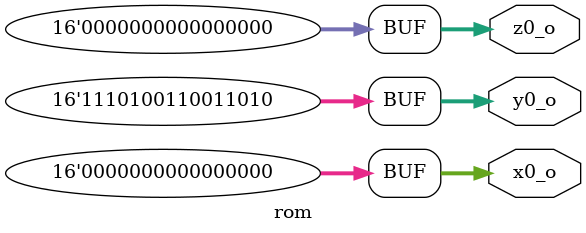
<source format=v>
module rom #(
   parameter Width = 16
) (
    output [Width-1:0] x0_o,
    output [Width-1:0] y0_o,
    output [Width-1:0] z0_o
);
  
  assign    x0_o = 16'b0000000000000000; //    0.0000000000000000000000000
  assign    y0_o = 16'b1110100110011010; //   -0.6999511718750000000000000
  assign    z0_o = 16'b0000000000000000; //    0.0000000000000000000000000

endmodule

</source>
